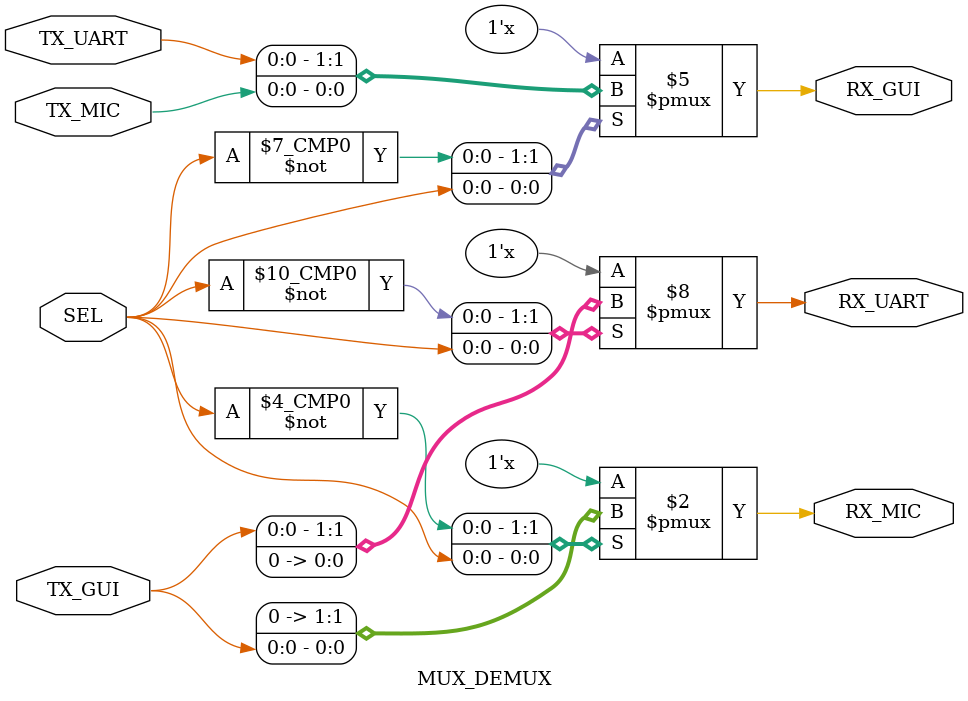
<source format=v>
`timescale 1ns / 1ps
module MUX_DEMUX(
    input SEL,
    input TX_GUI,
    input TX_UART,
    input TX_MIC,
    output RX_UART,
    output RX_MIC,
    output RX_GUI
    );
    
    reg RX_UART, RX_MIC, RX_GUI;
    always@*
    
    begin
        case (SEL)        
            0 : begin
            RX_UART = TX_GUI;
            RX_GUI = TX_UART;
            RX_MIC = 0;            
            end
            
            1 : begin
            RX_MIC = TX_GUI;
            RX_GUI = TX_MIC;
            RX_UART = 0;
            end
        endcase
    end
    
endmodule

</source>
